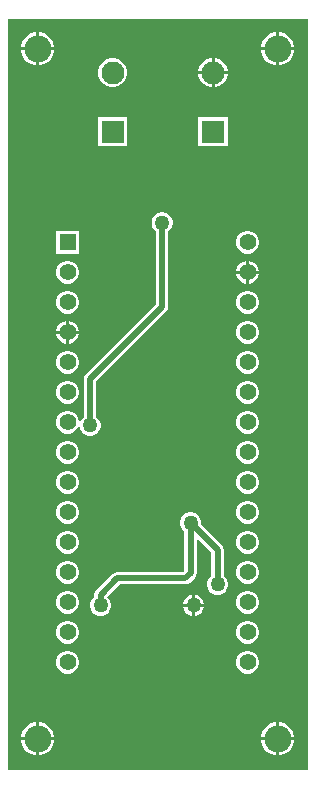
<source format=gtl>
G04*
G04 #@! TF.GenerationSoftware,Altium Limited,Altium Designer,23.3.1 (30)*
G04*
G04 Layer_Physical_Order=1*
G04 Layer_Color=255*
%FSLAX25Y25*%
%MOIN*%
G70*
G04*
G04 #@! TF.SameCoordinates,B46EFDDD-D530-4476-AF1B-D3F34534D4D2*
G04*
G04*
G04 #@! TF.FilePolarity,Positive*
G04*
G01*
G75*
%ADD14C,0.05567*%
%ADD15R,0.05567X0.05567*%
%ADD19C,0.02000*%
%ADD20C,0.09000*%
%ADD21C,0.07677*%
%ADD22R,0.07677X0.07677*%
%ADD23C,0.05000*%
G36*
X100000Y-250500D02*
X500D01*
X0Y-250000D01*
Y0D01*
X100000D01*
Y-250500D01*
D02*
G37*
%LPC*%
G36*
X90724Y-4500D02*
X90500D01*
Y-9500D01*
X95500D01*
Y-9276D01*
X95125Y-7877D01*
X94401Y-6623D01*
X93377Y-5599D01*
X92123Y-4875D01*
X90724Y-4500D01*
D02*
G37*
G36*
X89500D02*
X89276D01*
X87877Y-4875D01*
X86623Y-5599D01*
X85599Y-6623D01*
X84875Y-7877D01*
X84500Y-9276D01*
Y-9500D01*
X89500D01*
Y-4500D01*
D02*
G37*
G36*
X10724D02*
X10500D01*
Y-9500D01*
X15500D01*
Y-9276D01*
X15125Y-7877D01*
X14401Y-6623D01*
X13377Y-5599D01*
X12123Y-4875D01*
X10724Y-4500D01*
D02*
G37*
G36*
X9500D02*
X9276D01*
X7877Y-4875D01*
X6623Y-5599D01*
X5599Y-6623D01*
X4875Y-7877D01*
X4500Y-9276D01*
Y-9500D01*
X9500D01*
Y-4500D01*
D02*
G37*
G36*
X95500Y-10500D02*
X90500D01*
Y-15500D01*
X90724D01*
X92123Y-15125D01*
X93377Y-14401D01*
X94401Y-13377D01*
X95125Y-12123D01*
X95500Y-10724D01*
Y-10500D01*
D02*
G37*
G36*
X89500D02*
X84500D01*
Y-10724D01*
X84875Y-12123D01*
X85599Y-13377D01*
X86623Y-14401D01*
X87877Y-15125D01*
X89276Y-15500D01*
X89500D01*
Y-10500D01*
D02*
G37*
G36*
X15500D02*
X10500D01*
Y-15500D01*
X10724D01*
X12123Y-15125D01*
X13377Y-14401D01*
X14401Y-13377D01*
X15125Y-12123D01*
X15500Y-10724D01*
Y-10500D01*
D02*
G37*
G36*
X9500D02*
X4500D01*
Y-10724D01*
X4875Y-12123D01*
X5599Y-13377D01*
X6623Y-14401D01*
X7877Y-15125D01*
X9276Y-15500D01*
X9500D01*
Y-10500D01*
D02*
G37*
G36*
X69137Y-13161D02*
X69000D01*
Y-17500D01*
X73339D01*
Y-17363D01*
X73009Y-16132D01*
X72372Y-15029D01*
X71471Y-14128D01*
X70368Y-13491D01*
X69137Y-13161D01*
D02*
G37*
G36*
X68000D02*
X67863D01*
X66632Y-13491D01*
X65529Y-14128D01*
X64628Y-15029D01*
X63991Y-16132D01*
X63661Y-17363D01*
Y-17500D01*
X68000D01*
Y-13161D01*
D02*
G37*
G36*
X73339Y-18500D02*
X69000D01*
Y-22839D01*
X69137D01*
X70368Y-22509D01*
X71471Y-21872D01*
X72372Y-20971D01*
X73009Y-19868D01*
X73339Y-18637D01*
Y-18500D01*
D02*
G37*
G36*
X68000D02*
X63661D01*
Y-18637D01*
X63991Y-19868D01*
X64628Y-20971D01*
X65529Y-21872D01*
X66632Y-22509D01*
X67863Y-22839D01*
X68000D01*
Y-18500D01*
D02*
G37*
G36*
X35637Y-13161D02*
X34363D01*
X33132Y-13491D01*
X32029Y-14128D01*
X31128Y-15029D01*
X30491Y-16132D01*
X30161Y-17363D01*
Y-18637D01*
X30491Y-19868D01*
X31128Y-20971D01*
X32029Y-21872D01*
X33132Y-22509D01*
X34363Y-22839D01*
X35637D01*
X36868Y-22509D01*
X37971Y-21872D01*
X38872Y-20971D01*
X39509Y-19868D01*
X39839Y-18637D01*
Y-17363D01*
X39509Y-16132D01*
X38872Y-15029D01*
X37971Y-14128D01*
X36868Y-13491D01*
X35637Y-13161D01*
D02*
G37*
G36*
X73339Y-32846D02*
X63661D01*
Y-42524D01*
X73339D01*
Y-32846D01*
D02*
G37*
G36*
X39839D02*
X30161D01*
Y-42524D01*
X39839D01*
Y-32846D01*
D02*
G37*
G36*
X80498Y-70717D02*
X79502D01*
X78540Y-70974D01*
X77677Y-71473D01*
X76973Y-72177D01*
X76474Y-73040D01*
X76217Y-74002D01*
Y-74998D01*
X76474Y-75960D01*
X76973Y-76823D01*
X77677Y-77527D01*
X78540Y-78026D01*
X79502Y-78284D01*
X80498D01*
X81460Y-78026D01*
X82323Y-77527D01*
X83027Y-76823D01*
X83526Y-75960D01*
X83784Y-74998D01*
Y-74002D01*
X83526Y-73040D01*
X83027Y-72177D01*
X82323Y-71473D01*
X81460Y-70974D01*
X80498Y-70717D01*
D02*
G37*
G36*
X23784D02*
X16217D01*
Y-78284D01*
X23784D01*
Y-70717D01*
D02*
G37*
G36*
X80500Y-80717D02*
Y-84000D01*
X83783D01*
X83526Y-83040D01*
X83027Y-82177D01*
X82323Y-81472D01*
X81460Y-80974D01*
X80500Y-80717D01*
D02*
G37*
G36*
X79500D02*
X78540Y-80974D01*
X77677Y-81472D01*
X76973Y-82177D01*
X76474Y-83040D01*
X76217Y-84000D01*
X79500D01*
Y-80717D01*
D02*
G37*
G36*
X83783Y-85000D02*
X80500D01*
Y-88283D01*
X81460Y-88026D01*
X82323Y-87528D01*
X83027Y-86823D01*
X83526Y-85960D01*
X83783Y-85000D01*
D02*
G37*
G36*
X79500D02*
X76217D01*
X76474Y-85960D01*
X76973Y-86823D01*
X77677Y-87528D01*
X78540Y-88026D01*
X79500Y-88283D01*
Y-85000D01*
D02*
G37*
G36*
X20498Y-80717D02*
X19502D01*
X18540Y-80974D01*
X17677Y-81472D01*
X16973Y-82177D01*
X16474Y-83040D01*
X16217Y-84002D01*
Y-84998D01*
X16474Y-85960D01*
X16973Y-86823D01*
X17677Y-87528D01*
X18540Y-88026D01*
X19502Y-88283D01*
X20498D01*
X21460Y-88026D01*
X22323Y-87528D01*
X23028Y-86823D01*
X23526Y-85960D01*
X23784Y-84998D01*
Y-84002D01*
X23526Y-83040D01*
X23028Y-82177D01*
X22323Y-81472D01*
X21460Y-80974D01*
X20498Y-80717D01*
D02*
G37*
G36*
X80498Y-90716D02*
X79502D01*
X78540Y-90974D01*
X77677Y-91473D01*
X76973Y-92177D01*
X76474Y-93040D01*
X76217Y-94002D01*
Y-94998D01*
X76474Y-95960D01*
X76973Y-96823D01*
X77677Y-97527D01*
X78540Y-98026D01*
X79502Y-98283D01*
X80498D01*
X81460Y-98026D01*
X82323Y-97527D01*
X83027Y-96823D01*
X83526Y-95960D01*
X83784Y-94998D01*
Y-94002D01*
X83526Y-93040D01*
X83027Y-92177D01*
X82323Y-91473D01*
X81460Y-90974D01*
X80498Y-90716D01*
D02*
G37*
G36*
X20498D02*
X19502D01*
X18540Y-90974D01*
X17677Y-91473D01*
X16973Y-92177D01*
X16474Y-93040D01*
X16217Y-94002D01*
Y-94998D01*
X16474Y-95960D01*
X16973Y-96823D01*
X17677Y-97527D01*
X18540Y-98026D01*
X19502Y-98283D01*
X20498D01*
X21460Y-98026D01*
X22323Y-97527D01*
X23028Y-96823D01*
X23526Y-95960D01*
X23784Y-94998D01*
Y-94002D01*
X23526Y-93040D01*
X23028Y-92177D01*
X22323Y-91473D01*
X21460Y-90974D01*
X20498Y-90716D01*
D02*
G37*
G36*
X20500Y-100717D02*
Y-104000D01*
X23783D01*
X23526Y-103040D01*
X23028Y-102177D01*
X22323Y-101472D01*
X21460Y-100974D01*
X20500Y-100717D01*
D02*
G37*
G36*
X19500D02*
X18540Y-100974D01*
X17677Y-101472D01*
X16973Y-102177D01*
X16474Y-103040D01*
X16217Y-104000D01*
X19500D01*
Y-100717D01*
D02*
G37*
G36*
X23783Y-105000D02*
X20500D01*
Y-108283D01*
X21460Y-108026D01*
X22323Y-107527D01*
X23028Y-106823D01*
X23526Y-105960D01*
X23783Y-105000D01*
D02*
G37*
G36*
X19500D02*
X16217D01*
X16474Y-105960D01*
X16973Y-106823D01*
X17677Y-107527D01*
X18540Y-108026D01*
X19500Y-108283D01*
Y-105000D01*
D02*
G37*
G36*
X80498Y-100716D02*
X79502D01*
X78540Y-100974D01*
X77677Y-101472D01*
X76973Y-102177D01*
X76474Y-103040D01*
X76217Y-104002D01*
Y-104998D01*
X76474Y-105960D01*
X76973Y-106823D01*
X77677Y-107527D01*
X78540Y-108026D01*
X79502Y-108283D01*
X80498D01*
X81460Y-108026D01*
X82323Y-107527D01*
X83027Y-106823D01*
X83526Y-105960D01*
X83784Y-104998D01*
Y-104002D01*
X83526Y-103040D01*
X83027Y-102177D01*
X82323Y-101472D01*
X81460Y-100974D01*
X80498Y-100716D01*
D02*
G37*
G36*
Y-110716D02*
X79502D01*
X78540Y-110974D01*
X77677Y-111472D01*
X76973Y-112177D01*
X76474Y-113040D01*
X76217Y-114002D01*
Y-114998D01*
X76474Y-115960D01*
X76973Y-116823D01*
X77677Y-117527D01*
X78540Y-118026D01*
X79502Y-118283D01*
X80498D01*
X81460Y-118026D01*
X82323Y-117527D01*
X83027Y-116823D01*
X83526Y-115960D01*
X83784Y-114998D01*
Y-114002D01*
X83526Y-113040D01*
X83027Y-112177D01*
X82323Y-111472D01*
X81460Y-110974D01*
X80498Y-110716D01*
D02*
G37*
G36*
X20498D02*
X19502D01*
X18540Y-110974D01*
X17677Y-111472D01*
X16973Y-112177D01*
X16474Y-113040D01*
X16217Y-114002D01*
Y-114998D01*
X16474Y-115960D01*
X16973Y-116823D01*
X17677Y-117527D01*
X18540Y-118026D01*
X19502Y-118283D01*
X20498D01*
X21460Y-118026D01*
X22323Y-117527D01*
X23028Y-116823D01*
X23526Y-115960D01*
X23784Y-114998D01*
Y-114002D01*
X23526Y-113040D01*
X23028Y-112177D01*
X22323Y-111472D01*
X21460Y-110974D01*
X20498Y-110716D01*
D02*
G37*
G36*
X80498Y-120717D02*
X79502D01*
X78540Y-120974D01*
X77677Y-121473D01*
X76973Y-122177D01*
X76474Y-123040D01*
X76217Y-124002D01*
Y-124998D01*
X76474Y-125960D01*
X76973Y-126823D01*
X77677Y-127527D01*
X78540Y-128026D01*
X79502Y-128284D01*
X80498D01*
X81460Y-128026D01*
X82323Y-127527D01*
X83027Y-126823D01*
X83526Y-125960D01*
X83784Y-124998D01*
Y-124002D01*
X83526Y-123040D01*
X83027Y-122177D01*
X82323Y-121473D01*
X81460Y-120974D01*
X80498Y-120717D01*
D02*
G37*
G36*
X20498D02*
X19502D01*
X18540Y-120974D01*
X17677Y-121473D01*
X16973Y-122177D01*
X16474Y-123040D01*
X16217Y-124002D01*
Y-124998D01*
X16474Y-125960D01*
X16973Y-126823D01*
X17677Y-127527D01*
X18540Y-128026D01*
X19502Y-128284D01*
X20498D01*
X21460Y-128026D01*
X22323Y-127527D01*
X23028Y-126823D01*
X23526Y-125960D01*
X23784Y-124998D01*
Y-124002D01*
X23526Y-123040D01*
X23028Y-122177D01*
X22323Y-121473D01*
X21460Y-120974D01*
X20498Y-120717D01*
D02*
G37*
G36*
X51961Y-64500D02*
X51039D01*
X50149Y-64739D01*
X49351Y-65199D01*
X48699Y-65851D01*
X48239Y-66649D01*
X48000Y-67539D01*
Y-68461D01*
X48239Y-69351D01*
X48699Y-70149D01*
X49351Y-70801D01*
X49461Y-70864D01*
Y-95155D01*
X26058Y-118558D01*
X25616Y-119220D01*
X25461Y-120000D01*
Y-132636D01*
X25351Y-132699D01*
X24699Y-133351D01*
X24284Y-134071D01*
X23989Y-134068D01*
X23849Y-134023D01*
X23780Y-133988D01*
X23526Y-133040D01*
X23028Y-132177D01*
X22323Y-131473D01*
X21460Y-130974D01*
X20498Y-130717D01*
X19502D01*
X18540Y-130974D01*
X17677Y-131473D01*
X16973Y-132177D01*
X16474Y-133040D01*
X16217Y-134002D01*
Y-134998D01*
X16474Y-135960D01*
X16973Y-136823D01*
X17677Y-137528D01*
X18540Y-138026D01*
X19502Y-138284D01*
X20498D01*
X21460Y-138026D01*
X22323Y-137528D01*
X23028Y-136823D01*
X23511Y-135986D01*
X23651Y-135960D01*
X23752Y-135961D01*
X24022Y-136041D01*
X24238Y-136851D01*
X24699Y-137649D01*
X25351Y-138301D01*
X26149Y-138761D01*
X27039Y-139000D01*
X27961D01*
X28851Y-138761D01*
X29649Y-138301D01*
X30301Y-137649D01*
X30762Y-136851D01*
X31000Y-135961D01*
Y-135039D01*
X30762Y-134149D01*
X30301Y-133351D01*
X29649Y-132699D01*
X29539Y-132636D01*
Y-120845D01*
X52942Y-97442D01*
X52942Y-97442D01*
X53384Y-96780D01*
X53539Y-96000D01*
X53539Y-96000D01*
Y-70864D01*
X53649Y-70801D01*
X54301Y-70149D01*
X54761Y-69351D01*
X55000Y-68461D01*
Y-67539D01*
X54761Y-66649D01*
X54301Y-65851D01*
X53649Y-65199D01*
X52851Y-64739D01*
X51961Y-64500D01*
D02*
G37*
G36*
X80498Y-130717D02*
X79502D01*
X78540Y-130974D01*
X77677Y-131473D01*
X76973Y-132177D01*
X76474Y-133040D01*
X76217Y-134002D01*
Y-134998D01*
X76474Y-135960D01*
X76973Y-136823D01*
X77677Y-137528D01*
X78540Y-138026D01*
X79502Y-138284D01*
X80498D01*
X81460Y-138026D01*
X82323Y-137528D01*
X83027Y-136823D01*
X83526Y-135960D01*
X83784Y-134998D01*
Y-134002D01*
X83526Y-133040D01*
X83027Y-132177D01*
X82323Y-131473D01*
X81460Y-130974D01*
X80498Y-130717D01*
D02*
G37*
G36*
Y-140717D02*
X79502D01*
X78540Y-140974D01*
X77677Y-141472D01*
X76973Y-142177D01*
X76474Y-143040D01*
X76217Y-144002D01*
Y-144998D01*
X76474Y-145960D01*
X76973Y-146823D01*
X77677Y-147528D01*
X78540Y-148026D01*
X79502Y-148284D01*
X80498D01*
X81460Y-148026D01*
X82323Y-147528D01*
X83027Y-146823D01*
X83526Y-145960D01*
X83784Y-144998D01*
Y-144002D01*
X83526Y-143040D01*
X83027Y-142177D01*
X82323Y-141472D01*
X81460Y-140974D01*
X80498Y-140717D01*
D02*
G37*
G36*
X20498D02*
X19502D01*
X18540Y-140974D01*
X17677Y-141472D01*
X16973Y-142177D01*
X16474Y-143040D01*
X16217Y-144002D01*
Y-144998D01*
X16474Y-145960D01*
X16973Y-146823D01*
X17677Y-147528D01*
X18540Y-148026D01*
X19502Y-148284D01*
X20498D01*
X21460Y-148026D01*
X22323Y-147528D01*
X23028Y-146823D01*
X23526Y-145960D01*
X23784Y-144998D01*
Y-144002D01*
X23526Y-143040D01*
X23028Y-142177D01*
X22323Y-141472D01*
X21460Y-140974D01*
X20498Y-140717D01*
D02*
G37*
G36*
X80498Y-150716D02*
X79502D01*
X78540Y-150974D01*
X77677Y-151472D01*
X76973Y-152177D01*
X76474Y-153040D01*
X76217Y-154002D01*
Y-154998D01*
X76474Y-155960D01*
X76973Y-156823D01*
X77677Y-157527D01*
X78540Y-158026D01*
X79502Y-158283D01*
X80498D01*
X81460Y-158026D01*
X82323Y-157527D01*
X83027Y-156823D01*
X83526Y-155960D01*
X83784Y-154998D01*
Y-154002D01*
X83526Y-153040D01*
X83027Y-152177D01*
X82323Y-151472D01*
X81460Y-150974D01*
X80498Y-150716D01*
D02*
G37*
G36*
X20498D02*
X19502D01*
X18540Y-150974D01*
X17677Y-151472D01*
X16973Y-152177D01*
X16474Y-153040D01*
X16217Y-154002D01*
Y-154998D01*
X16474Y-155960D01*
X16973Y-156823D01*
X17677Y-157527D01*
X18540Y-158026D01*
X19502Y-158283D01*
X20498D01*
X21460Y-158026D01*
X22323Y-157527D01*
X23028Y-156823D01*
X23526Y-155960D01*
X23784Y-154998D01*
Y-154002D01*
X23526Y-153040D01*
X23028Y-152177D01*
X22323Y-151472D01*
X21460Y-150974D01*
X20498Y-150716D01*
D02*
G37*
G36*
X80498Y-160716D02*
X79502D01*
X78540Y-160974D01*
X77677Y-161472D01*
X76973Y-162177D01*
X76474Y-163040D01*
X76217Y-164002D01*
Y-164998D01*
X76474Y-165960D01*
X76973Y-166823D01*
X77677Y-167527D01*
X78540Y-168026D01*
X79502Y-168283D01*
X80498D01*
X81460Y-168026D01*
X82323Y-167527D01*
X83027Y-166823D01*
X83526Y-165960D01*
X83784Y-164998D01*
Y-164002D01*
X83526Y-163040D01*
X83027Y-162177D01*
X82323Y-161472D01*
X81460Y-160974D01*
X80498Y-160716D01*
D02*
G37*
G36*
X20498D02*
X19502D01*
X18540Y-160974D01*
X17677Y-161472D01*
X16973Y-162177D01*
X16474Y-163040D01*
X16217Y-164002D01*
Y-164998D01*
X16474Y-165960D01*
X16973Y-166823D01*
X17677Y-167527D01*
X18540Y-168026D01*
X19502Y-168283D01*
X20498D01*
X21460Y-168026D01*
X22323Y-167527D01*
X23028Y-166823D01*
X23526Y-165960D01*
X23784Y-164998D01*
Y-164002D01*
X23526Y-163040D01*
X23028Y-162177D01*
X22323Y-161472D01*
X21460Y-160974D01*
X20498Y-160716D01*
D02*
G37*
G36*
X80498Y-170717D02*
X79502D01*
X78540Y-170974D01*
X77677Y-171473D01*
X76973Y-172177D01*
X76474Y-173040D01*
X76217Y-174002D01*
Y-174998D01*
X76474Y-175960D01*
X76973Y-176823D01*
X77677Y-177527D01*
X78540Y-178026D01*
X79502Y-178284D01*
X80498D01*
X81460Y-178026D01*
X82323Y-177527D01*
X83027Y-176823D01*
X83526Y-175960D01*
X83784Y-174998D01*
Y-174002D01*
X83526Y-173040D01*
X83027Y-172177D01*
X82323Y-171473D01*
X81460Y-170974D01*
X80498Y-170717D01*
D02*
G37*
G36*
X20498D02*
X19502D01*
X18540Y-170974D01*
X17677Y-171473D01*
X16973Y-172177D01*
X16474Y-173040D01*
X16217Y-174002D01*
Y-174998D01*
X16474Y-175960D01*
X16973Y-176823D01*
X17677Y-177527D01*
X18540Y-178026D01*
X19502Y-178284D01*
X20498D01*
X21460Y-178026D01*
X22323Y-177527D01*
X23028Y-176823D01*
X23526Y-175960D01*
X23784Y-174998D01*
Y-174002D01*
X23526Y-173040D01*
X23028Y-172177D01*
X22323Y-171473D01*
X21460Y-170974D01*
X20498Y-170717D01*
D02*
G37*
G36*
X80498Y-180717D02*
X79502D01*
X78540Y-180974D01*
X77677Y-181473D01*
X76973Y-182177D01*
X76474Y-183040D01*
X76217Y-184002D01*
Y-184998D01*
X76474Y-185960D01*
X76973Y-186823D01*
X77677Y-187528D01*
X78540Y-188026D01*
X79502Y-188284D01*
X80498D01*
X81460Y-188026D01*
X82323Y-187528D01*
X83027Y-186823D01*
X83526Y-185960D01*
X83784Y-184998D01*
Y-184002D01*
X83526Y-183040D01*
X83027Y-182177D01*
X82323Y-181473D01*
X81460Y-180974D01*
X80498Y-180717D01*
D02*
G37*
G36*
X20498D02*
X19502D01*
X18540Y-180974D01*
X17677Y-181473D01*
X16973Y-182177D01*
X16474Y-183040D01*
X16217Y-184002D01*
Y-184998D01*
X16474Y-185960D01*
X16973Y-186823D01*
X17677Y-187528D01*
X18540Y-188026D01*
X19502Y-188284D01*
X20498D01*
X21460Y-188026D01*
X22323Y-187528D01*
X23028Y-186823D01*
X23526Y-185960D01*
X23784Y-184998D01*
Y-184002D01*
X23526Y-183040D01*
X23028Y-182177D01*
X22323Y-181473D01*
X21460Y-180974D01*
X20498Y-180717D01*
D02*
G37*
G36*
X61461Y-164500D02*
X60539D01*
X59649Y-164739D01*
X58851Y-165199D01*
X58199Y-165851D01*
X57739Y-166649D01*
X57500Y-167539D01*
Y-168461D01*
X57739Y-169351D01*
X58199Y-170149D01*
X58851Y-170801D01*
X58961Y-170864D01*
Y-183984D01*
X58484Y-184461D01*
X36500D01*
X35720Y-184616D01*
X35058Y-185058D01*
X35058Y-185058D01*
X29558Y-190558D01*
X29116Y-191220D01*
X28961Y-192000D01*
Y-192636D01*
X28851Y-192699D01*
X28199Y-193351D01*
X27738Y-194149D01*
X27500Y-195039D01*
Y-195961D01*
X27738Y-196851D01*
X28199Y-197649D01*
X28851Y-198301D01*
X29649Y-198761D01*
X30539Y-199000D01*
X31461D01*
X32351Y-198761D01*
X33149Y-198301D01*
X33801Y-197649D01*
X34262Y-196851D01*
X34500Y-195961D01*
Y-195039D01*
X34262Y-194149D01*
X33801Y-193351D01*
X33167Y-192717D01*
X37345Y-188539D01*
X59328D01*
X60109Y-188384D01*
X60770Y-187942D01*
X62442Y-186270D01*
X62884Y-185609D01*
X63039Y-184828D01*
Y-173576D01*
X63501Y-173385D01*
X67961Y-177845D01*
Y-185636D01*
X67851Y-185699D01*
X67199Y-186351D01*
X66738Y-187149D01*
X66500Y-188039D01*
Y-188961D01*
X66738Y-189851D01*
X67199Y-190649D01*
X67851Y-191301D01*
X68649Y-191762D01*
X69539Y-192000D01*
X70461D01*
X71351Y-191762D01*
X72149Y-191301D01*
X72801Y-190649D01*
X73261Y-189851D01*
X73500Y-188961D01*
Y-188039D01*
X73261Y-187149D01*
X72801Y-186351D01*
X72149Y-185699D01*
X72039Y-185636D01*
Y-177000D01*
X71884Y-176220D01*
X71442Y-175558D01*
X64467Y-168583D01*
X64500Y-168461D01*
Y-167539D01*
X64262Y-166649D01*
X63801Y-165851D01*
X63149Y-165199D01*
X62351Y-164739D01*
X61461Y-164500D01*
D02*
G37*
G36*
X62500Y-192010D02*
Y-195000D01*
X65490D01*
X65262Y-194149D01*
X64801Y-193351D01*
X64149Y-192699D01*
X63351Y-192238D01*
X62500Y-192010D01*
D02*
G37*
G36*
X61500D02*
X60649Y-192238D01*
X59851Y-192699D01*
X59199Y-193351D01*
X58738Y-194149D01*
X58511Y-195000D01*
X61500D01*
Y-192010D01*
D02*
G37*
G36*
X80498Y-190717D02*
X79502D01*
X78540Y-190974D01*
X77677Y-191472D01*
X76973Y-192177D01*
X76474Y-193040D01*
X76217Y-194002D01*
Y-194998D01*
X76474Y-195960D01*
X76973Y-196823D01*
X77677Y-197528D01*
X78540Y-198026D01*
X79502Y-198284D01*
X80498D01*
X81460Y-198026D01*
X82323Y-197528D01*
X83027Y-196823D01*
X83526Y-195960D01*
X83784Y-194998D01*
Y-194002D01*
X83526Y-193040D01*
X83027Y-192177D01*
X82323Y-191472D01*
X81460Y-190974D01*
X80498Y-190717D01*
D02*
G37*
G36*
X20498D02*
X19502D01*
X18540Y-190974D01*
X17677Y-191472D01*
X16973Y-192177D01*
X16474Y-193040D01*
X16217Y-194002D01*
Y-194998D01*
X16474Y-195960D01*
X16973Y-196823D01*
X17677Y-197528D01*
X18540Y-198026D01*
X19502Y-198284D01*
X20498D01*
X21460Y-198026D01*
X22323Y-197528D01*
X23028Y-196823D01*
X23526Y-195960D01*
X23784Y-194998D01*
Y-194002D01*
X23526Y-193040D01*
X23028Y-192177D01*
X22323Y-191472D01*
X21460Y-190974D01*
X20498Y-190717D01*
D02*
G37*
G36*
X65490Y-196000D02*
X62500D01*
Y-198989D01*
X63351Y-198761D01*
X64149Y-198301D01*
X64801Y-197649D01*
X65262Y-196851D01*
X65490Y-196000D01*
D02*
G37*
G36*
X61500D02*
X58511D01*
X58738Y-196851D01*
X59199Y-197649D01*
X59851Y-198301D01*
X60649Y-198761D01*
X61500Y-198989D01*
Y-196000D01*
D02*
G37*
G36*
X80498Y-200716D02*
X79502D01*
X78540Y-200974D01*
X77677Y-201472D01*
X76973Y-202177D01*
X76474Y-203040D01*
X76217Y-204002D01*
Y-204998D01*
X76474Y-205960D01*
X76973Y-206823D01*
X77677Y-207527D01*
X78540Y-208026D01*
X79502Y-208283D01*
X80498D01*
X81460Y-208026D01*
X82323Y-207527D01*
X83027Y-206823D01*
X83526Y-205960D01*
X83784Y-204998D01*
Y-204002D01*
X83526Y-203040D01*
X83027Y-202177D01*
X82323Y-201472D01*
X81460Y-200974D01*
X80498Y-200716D01*
D02*
G37*
G36*
X20498D02*
X19502D01*
X18540Y-200974D01*
X17677Y-201472D01*
X16973Y-202177D01*
X16474Y-203040D01*
X16217Y-204002D01*
Y-204998D01*
X16474Y-205960D01*
X16973Y-206823D01*
X17677Y-207527D01*
X18540Y-208026D01*
X19502Y-208283D01*
X20498D01*
X21460Y-208026D01*
X22323Y-207527D01*
X23028Y-206823D01*
X23526Y-205960D01*
X23784Y-204998D01*
Y-204002D01*
X23526Y-203040D01*
X23028Y-202177D01*
X22323Y-201472D01*
X21460Y-200974D01*
X20498Y-200716D01*
D02*
G37*
G36*
X80498Y-210717D02*
X79502D01*
X78540Y-210974D01*
X77677Y-211473D01*
X76973Y-212177D01*
X76474Y-213040D01*
X76217Y-214002D01*
Y-214998D01*
X76474Y-215960D01*
X76973Y-216823D01*
X77677Y-217528D01*
X78540Y-218026D01*
X79502Y-218284D01*
X80498D01*
X81460Y-218026D01*
X82323Y-217528D01*
X83027Y-216823D01*
X83526Y-215960D01*
X83784Y-214998D01*
Y-214002D01*
X83526Y-213040D01*
X83027Y-212177D01*
X82323Y-211473D01*
X81460Y-210974D01*
X80498Y-210717D01*
D02*
G37*
G36*
X20498D02*
X19502D01*
X18540Y-210974D01*
X17677Y-211473D01*
X16973Y-212177D01*
X16474Y-213040D01*
X16217Y-214002D01*
Y-214998D01*
X16474Y-215960D01*
X16973Y-216823D01*
X17677Y-217528D01*
X18540Y-218026D01*
X19502Y-218284D01*
X20498D01*
X21460Y-218026D01*
X22323Y-217528D01*
X23028Y-216823D01*
X23526Y-215960D01*
X23784Y-214998D01*
Y-214002D01*
X23526Y-213040D01*
X23028Y-212177D01*
X22323Y-211473D01*
X21460Y-210974D01*
X20498Y-210717D01*
D02*
G37*
G36*
X90724Y-234500D02*
X90500D01*
Y-239500D01*
X95500D01*
Y-239276D01*
X95125Y-237877D01*
X94401Y-236623D01*
X93377Y-235599D01*
X92123Y-234875D01*
X90724Y-234500D01*
D02*
G37*
G36*
X89500D02*
X89276D01*
X87877Y-234875D01*
X86623Y-235599D01*
X85599Y-236623D01*
X84875Y-237877D01*
X84500Y-239276D01*
Y-239500D01*
X89500D01*
Y-234500D01*
D02*
G37*
G36*
X10724D02*
X10500D01*
Y-239500D01*
X15500D01*
Y-239276D01*
X15125Y-237877D01*
X14401Y-236623D01*
X13377Y-235599D01*
X12123Y-234875D01*
X10724Y-234500D01*
D02*
G37*
G36*
X9500D02*
X9276D01*
X7877Y-234875D01*
X6623Y-235599D01*
X5599Y-236623D01*
X4875Y-237877D01*
X4500Y-239276D01*
Y-239500D01*
X9500D01*
Y-234500D01*
D02*
G37*
G36*
X95500Y-240500D02*
X90500D01*
Y-245500D01*
X90724D01*
X92123Y-245125D01*
X93377Y-244401D01*
X94401Y-243377D01*
X95125Y-242123D01*
X95500Y-240724D01*
Y-240500D01*
D02*
G37*
G36*
X89500D02*
X84500D01*
Y-240724D01*
X84875Y-242123D01*
X85599Y-243377D01*
X86623Y-244401D01*
X87877Y-245125D01*
X89276Y-245500D01*
X89500D01*
Y-240500D01*
D02*
G37*
G36*
X15500D02*
X10500D01*
Y-245500D01*
X10724D01*
X12123Y-245125D01*
X13377Y-244401D01*
X14401Y-243377D01*
X15125Y-242123D01*
X15500Y-240724D01*
Y-240500D01*
D02*
G37*
G36*
X9500D02*
X4500D01*
Y-240724D01*
X4875Y-242123D01*
X5599Y-243377D01*
X6623Y-244401D01*
X7877Y-245125D01*
X9276Y-245500D01*
X9500D01*
Y-240500D01*
D02*
G37*
%LPD*%
D14*
X80000Y-74500D02*
D03*
Y-84500D02*
D03*
Y-94500D02*
D03*
Y-104500D02*
D03*
Y-114500D02*
D03*
Y-124500D02*
D03*
Y-134500D02*
D03*
Y-144500D02*
D03*
Y-154500D02*
D03*
Y-164500D02*
D03*
Y-174500D02*
D03*
Y-184500D02*
D03*
Y-194500D02*
D03*
Y-204500D02*
D03*
Y-214500D02*
D03*
X20000D02*
D03*
Y-204500D02*
D03*
Y-194500D02*
D03*
Y-184500D02*
D03*
Y-174500D02*
D03*
Y-164500D02*
D03*
Y-154500D02*
D03*
Y-144500D02*
D03*
Y-134500D02*
D03*
Y-124500D02*
D03*
Y-114500D02*
D03*
Y-104500D02*
D03*
Y-94500D02*
D03*
Y-84500D02*
D03*
D15*
Y-74500D02*
D03*
D19*
X27500Y-135000D02*
Y-120000D01*
X51500Y-96000D01*
Y-68000D01*
X31000Y-194500D02*
Y-192000D01*
X36500Y-186500D01*
X59328D01*
X61000Y-184828D02*
Y-168000D01*
X59328Y-186500D02*
X61000Y-184828D01*
X70000Y-188500D02*
Y-177000D01*
Y-189000D02*
Y-188500D01*
X61000Y-168000D02*
X70000Y-177000D01*
D20*
X90000Y-240000D02*
D03*
X10000D02*
D03*
Y-10000D02*
D03*
X90000D02*
D03*
D21*
X68500Y-18000D02*
D03*
X35000D02*
D03*
D22*
X68500Y-37685D02*
D03*
X35000D02*
D03*
D23*
X62000Y-195500D02*
D03*
X27500Y-135500D02*
D03*
X51500Y-68000D02*
D03*
X31000Y-195500D02*
D03*
X70000Y-188500D02*
D03*
X61000Y-168000D02*
D03*
M02*

</source>
